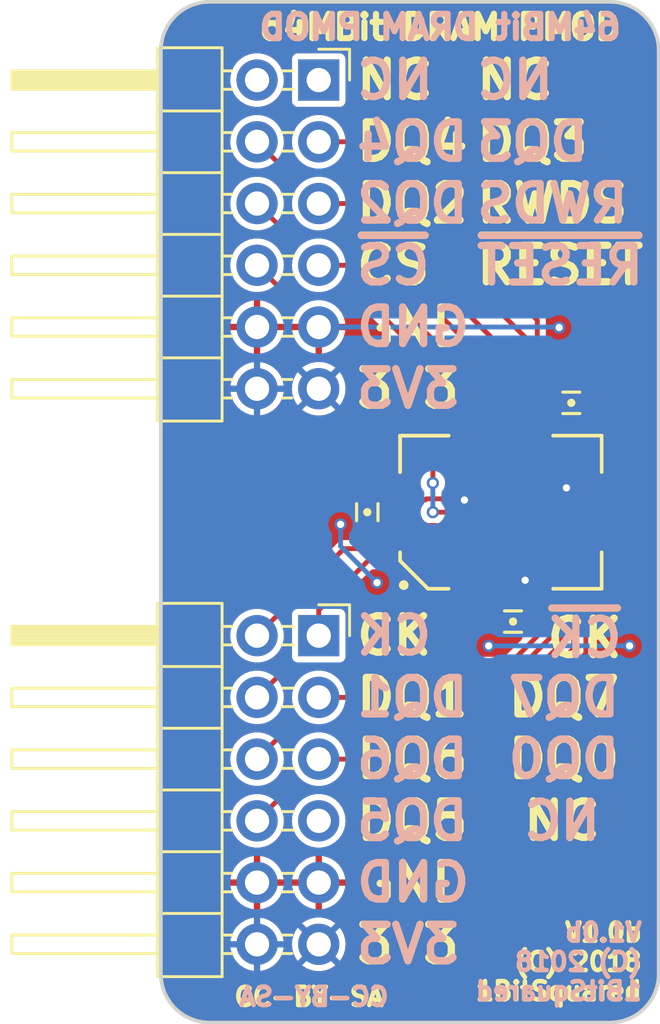
<source format=kicad_pcb>
(kicad_pcb (version 20221018) (generator pcbnew)
  (title_block (title "iCEBreaker PMOD - Hyperram") (rev "V1.0b") (company "1BitSquared") (comment 1 "2018 (C) 1BitSquared <info@1bitsquared.com>") (comment 2 "2018 (C) Piotr Esden-Tempski <piotr@esden.net>") (comment 3 "License: CC-BY-SA 4.0"))
  (layers (0 "F.Cu" signal) (31 "B.Cu" signal) (34 "B.Paste" user) (35 "F.Paste" user) (36 "B.SilkS" user "B.Silkscreen") (37 "F.SilkS" user "F.Silkscreen") (38 "B.Mask" user) (39 "F.Mask" user) (44 "Edge.Cuts" user))
  (net 0 "")
  (net 1 "GND")
  (net 2 "/~{CK}")
  (net 3 "+3V3")
  (net 4 "/DQ7")
  (net 5 "Net-(U1-PadA2)")
  (net 6 "/CK")
  (net 7 "Net-(U1-PadC2)")
  (net 8 "/DQ1")
  (net 9 "/DQ6")
  (net 10 "/~{CS}")
  (net 11 "/RWDS")
  (net 12 "/DQ0")
  (net 13 "/DQ5")
  (net 14 "/~{RESET}")
  (net 15 "/DQ2")
  (net 16 "/DQ3")
  (net 17 "Net-(U1-PadA5)")
  (net 18 "Net-(U1-PadB5)")
  (net 19 "Net-(U1-PadC5)")
  (net 20 "/DQ4")
  (net 21 "Net-(J2-Pad4)")
  (net 22 "Net-(J4-Pad7)")
  (net 23 "Net-(J4-Pad1)")
  (footprint "pkl_housings_bga:BGA-24_5x5_6.0x8.0mm" (layer "F.Cu") (at 51.5 44 90)
    (fp_text reference "U1")
    (fp_text value "S70KL1281")
    (fp_line (start -3.15 -3) (end -3.15 -2.15) (stroke (width 0.15)) (layer "F.SilkS"))
    (fp_line (start -3.15 4.15) (end -3.15 2.15) (stroke (width 0.15)) (layer "F.SilkS"))
    (fp_line (start -2 -4.15) (end -3.15 -3) (stroke (width 0.15)) (layer "F.SilkS"))
    (fp_line (start -1.65 -4.15) (end -2 -4.15) (stroke (width 0.15)) (layer "F.SilkS"))
    (fp_line (start -1.65 4.15) (end -3.15 4.15) (stroke (width 0.15)) (layer "F.SilkS"))
    (fp_line (start 1.65 -4.15) (end 3.15 -4.15) (stroke (width 0.15)) (layer "F.SilkS"))
    (fp_line (start 1.65 -4.15) (end 3.15 -4.15) (stroke (width 0.15)) (layer "F.SilkS"))
    (fp_line (start 1.65 -4.15) (end 3.15 -4.15) (stroke (width 0.15)) (layer "F.SilkS"))
    (fp_line (start 1.65 4.15) (end 3.15 4.15) (stroke (width 0.15)) (layer "F.SilkS"))
    (fp_line (start 3.15 -4.15) (end 3.15 -2.15) (stroke (width 0.15)) (layer "F.SilkS"))
    (fp_line (start 3.15 -4.15) (end 3.15 -2.15) (stroke (width 0.15)) (layer "F.SilkS"))
    (fp_line (start 3.15 -4.15) (end 3.15 -2.15) (stroke (width 0.15)) (layer "F.SilkS"))
    (fp_line (start 3.15 4.15) (end 3.15 2.15) (stroke (width 0.15)) (layer "F.SilkS"))
    (fp_circle (center -3 -4) (end -3 -3.9) (stroke (width 0.2)) (fill none) (layer "F.SilkS"))
    (pad "A2" smd circle (at -1 -2 90) (size 0.4 0.4) (layers "F.Cu" "F.Paste" "F.Mask") (net 5 "Net-(U1-PadA2)"))
    (pad "A3" smd circle (at 0 -2 90) (size 0.4 0.4) (layers "F.Cu" "F.Paste" "F.Mask") (net 10 "/~{CS}"))
    (pad "A4" smd circle (at 1 -2 90) (size 0.4 0.4) (layers "F.Cu" "F.Paste" "F.Mask") (net 14 "/~{RESET}"))
    (pad "A5" smd circle (at 2 -2 90) (size 0.4 0.4) (layers "F.Cu" "F.Paste" "F.Mask") (net 17 "Net-(U1-PadA5)"))
    (pad "B1" smd circle (at -2 -1 90) (size 0.4 0.4) (layers "F.Cu" "F.Paste" "F.Mask") (net 2 "/~{CK}"))
    (pad "B2" smd circle (at -1 -1 90) (size 0.4 0.4) (layers "F.Cu" "F.Paste" "F.Mask") (net 6 "/CK"))
    (pad "B3" smd circle (at 0 -1 90) (size 0.4 0.4) (layers "F.Cu" "F.Paste" "F.Mask") (net 1 "GND"))
    (pad "B4" smd circle (at 1 -1 90) (size 0.4 0.4) (layers "F.Cu" "F.Paste" "F.Mask") (net 3 "+3V3"))
    (pad "B5" smd circle (at 2 -1 90) (size 0.4 0.4) (layers "F.Cu" "F.Paste" "F.Mask") (net 18 "Net-(U1-PadB5)"))
    (pad "C1" smd circle (at -2 0 90) (size 0.4 0.4) (layers "F.Cu" "F.Paste" "F.Mask") (net 1 "GND"))
    (pad "C2" smd circle (at -1 0 90) (size 0.4 0.4) (layers "F.Cu" "F.Paste" "F.Mask") (net 7 "Net-(U1-PadC2)"))
    (pad "C3" smd circle (at 0 0 90) (size 0.4 0.4) (layers "F.Cu" "F.Paste" "F.Mask") (net 11 "/RWDS"))
    (pad "C4" smd circle (at 1 0 90) (size 0.4 0.4) (layers "F.Cu" "F.Paste" "F.Mask") (net 15 "/DQ2"))
    (pad "C5" smd circle (at 2 0 90) (size 0.4 0.4) (layers "F.Cu" "F.Paste" "F.Mask") (net 19 "Net-(U1-PadC5)"))
    (pad "D1" smd circle (at -2 1 90) (size 0.4 0.4) (layers "F.Cu" "F.Paste" "F.Mask") (net 3 "+3V3"))
    (pad "D2" smd circle (at -1 1 90) (size 0.4 0.4) (layers "F.Cu" "F.Paste" "F.Mask") (net 8 "/DQ1"))
    (pad "D3" smd circle (at 0 1 90) (size 0.4 0.4) (layers "F.Cu" "F.Paste" "F.Mask") (net 12 "/DQ0"))
    (pad "D4" smd circle (at 1 1 90) (size 0.4 0.4) (layers "F.Cu" "F.Paste" "F.Mask") (net 16 "/DQ3"))
    (pad "D5" smd circle (at 2 1 90) (size 0.4 0.4) (layers "F.Cu" "F.Paste" "F.Mask") (net 20 "/DQ4"))
    (pad "E1" smd circle (at -2 2 90) (size 0.4 0.4) (layers "F.Cu" "F.Paste" "F.Mask") (net 4 "/DQ7"))
    (pad "E2" smd circle (at -1 2 90) (size 0.4 0.4) (layers "F.Cu" "F.Paste" "F.Mask") (net 9 "/DQ6"))
    (pad "E3" smd circle (at 0 2 90) (size 0.4 0.4) (layers "F.Cu" "F.Paste" "F.Mask") (net 13 "/DQ5"))
    (pad "E4" smd circle (at 1 2 90) (size 0.4 0.4) (layers "F.Cu" "F.Paste" "F.Mask") (net 3 "+3V3"))
    (pad "E5" smd circle (at 2 2 90) (size 0.4 0.4) (layers "F.Cu" "F.Paste" "F.Mask") (net 1 "GND"))
  )
  (footprint "pkl_connectors:PMODHeader_2x06_P2.54mm_Horizontal" (layer "F.Cu") (at 44 61.78 180)
    (fp_text reference "J2")
    (fp_text value "PMOD")
    (fp_line (start -1.27 13.97) (end -1.27 12.7) (stroke (width 0.12)) (layer "F.SilkS"))
    (fp_line (start 0 13.97) (end -1.27 13.97) (stroke (width 0.12)) (layer "F.SilkS"))
    (fp_line (start 1.042929 2.16) (end 1.497071 2.16) (stroke (width 0.12)) (layer "F.SilkS"))
    (fp_line (start 1.042929 2.92) (end 1.497071 2.92) (stroke (width 0.12)) (layer "F.SilkS"))
    (fp_line (start 1.042929 4.7) (end 1.497071 4.7) (stroke (width 0.12)) (layer "F.SilkS"))
    (fp_line (start 1.042929 5.46) (end 1.497071 5.46) (stroke (width 0.12)) (layer "F.SilkS"))
    (fp_line (start 1.042929 7.24) (end 1.497071 7.24) (stroke (width 0.12)) (layer "F.SilkS"))
    (fp_line (start 1.042929 8) (end 1.497071 8) (stroke (width 0.12)) (layer "F.SilkS"))
    (fp_line (start 1.042929 9.78) (end 1.497071 9.78) (stroke (width 0.12)) (layer "F.SilkS"))
    (fp_line (start 1.042929 10.54) (end 1.497071 10.54) (stroke (width 0.12)) (layer "F.SilkS"))
    (fp_line (start 1.042929 12.32) (end 1.497071 12.32) (stroke (width 0.12)) (layer "F.SilkS"))
    (fp_line (start 1.042929 13.08) (end 1.497071 13.08) (stroke (width 0.12)) (layer "F.SilkS"))
    (fp_line (start 1.11 -0.38) (end 1.497071 -0.38) (stroke (width 0.12)) (layer "F.SilkS"))
    (fp_line (start 1.11 0.38) (end 1.497071 0.38) (stroke (width 0.12)) (layer "F.SilkS"))
    (fp_line (start 3.582929 -0.38) (end 3.98 -0.38) (stroke (width 0.12)) (layer "F.SilkS"))
    (fp_line (start 3.582929 0.38) (end 3.98 0.38) (stroke (width 0.12)) (layer "F.SilkS"))
    (fp_line (start 3.582929 2.16) (end 3.98 2.16) (stroke (width 0.12)) (layer "F.SilkS"))
    (fp_line (start 3.582929 2.92) (end 3.98 2.92) (stroke (width 0.12)) (layer "F.SilkS"))
    (fp_line (start 3.582929 4.7) (end 3.98 4.7) (stroke (width 0.12)) (layer "F.SilkS"))
    (fp_line (start 3.582929 5.46) (end 3.98 5.46) (stroke (width 0.12)) (layer "F.SilkS"))
    (fp_line (start 3.582929 7.24) (end 3.98 7.24) (stroke (width 0.12)) (layer "F.SilkS"))
    (fp_line (start 3.582929 8) (end 3.98 8) (stroke (width 0.12)) (layer "F.SilkS"))
    (fp_line (start 3.582929 9.78) (end 3.98 9.78) (stroke (width 0.12)) (layer "F.SilkS"))
    (fp_line (start 3.582929 10.54) (end 3.98 10.54) (stroke (width 0.12)) (layer "F.SilkS"))
    (fp_line (start 3.582929 12.32) (end 3.98 12.32) (stroke (width 0.12)) (layer "F.SilkS"))
    (fp_line (start 3.582929 13.08) (end 3.98 13.08) (stroke (width 0.12)) (layer "F.SilkS"))
    (fp_line (start 3.98 -1.33) (end 3.98 14.03) (stroke (width 0.12)) (layer "F.SilkS"))
    (fp_line (start 3.98 1.27) (end 6.64 1.27) (stroke (width 0.12)) (layer "F.SilkS"))
    (fp_line (start 3.98 3.81) (end 6.64 3.81) (stroke (width 0.12)) (layer "F.SilkS"))
    (fp_line (start 3.98 6.35) (end 6.64 6.35) (stroke (width 0.12)) (layer "F.SilkS"))
    (fp_line (start 3.98 8.89) (end 6.64 8.89) (stroke (width 0.12)) (layer "F.SilkS"))
    (fp_line (start 3.98 11.43) (end 6.64 11.43) (stroke (width 0.12)) (layer "F.SilkS"))
    (fp_line (start 3.98 14.03) (end 6.64 14.03) (stroke (width 0.12)) (layer "F.SilkS"))
    (fp_line (start 6.64 -1.33) (end 3.98 -1.33) (stroke (width 0.12)) (layer "F.SilkS"))
    (fp_line (start 6.64 -0.38) (end 12.64 -0.38) (stroke (width 0.12)) (layer "F.SilkS"))
    (fp_line (start 6.64 2.16) (end 12.64 2.16) (stroke (width 0.12)) (layer "F.SilkS"))
    (fp_line (start 6.64 4.7) (end 12.64 4.7) (stroke (width 0.12)) (layer "F.SilkS"))
    (fp_line (start 6.64 7.24) (end 12.64 7.24) (stroke (width 0.12)) (layer "F.SilkS"))
    (fp_line (start 6.64 9.78) (end 12.64 9.78) (stroke (width 0.12)) (layer "F.SilkS"))
    (fp_line (start 6.64 12.32) (end 12.64 12.32) (stroke (width 0.12)) (layer "F.SilkS"))
    (fp_line (start 6.64 12.38) (end 12.64 12.38) (stroke (width 0.12)) (layer "F.SilkS"))
    (fp_line (start 6.64 12.5) (end 12.64 12.5) (stroke (width 0.12)) (layer "F.SilkS"))
    (fp_line (start 6.64 12.62) (end 12.64 12.62) (stroke (width 0.12)) (layer "F.SilkS"))
    (fp_line (start 6.64 12.74) (end 12.64 12.74) (stroke (width 0.12)) (layer "F.SilkS"))
    (fp_line (start 6.64 12.86) (end 12.64 12.86) (stroke (width 0.12)) (layer "F.SilkS"))
    (fp_line (start 6.64 12.98) (end 12.64 12.98) (stroke (width 0.12)) (layer "F.SilkS"))
    (fp_line (start 6.64 14.03) (end 6.64 -1.33) (stroke (width 0.12)) (layer "F.SilkS"))
    (fp_line (start 12.64 -0.38) (end 12.64 0.38) (stroke (width 0.12)) (layer "F.SilkS"))
    (fp_line (start 12.64 0.38) (end 6.64 0.38) (stroke (width 0.12)) (layer "F.SilkS"))
    (fp_line (start 12.64 2.16) (end 12.64 2.92) (stroke (width 0.12)) (layer "F.SilkS"))
    (fp_line (start 12.64 2.92) (end 6.64 2.92) (stroke (width 0.12)) (layer "F.SilkS"))
    (fp_line (start 12.64 4.7) (end 12.64 5.46) (stroke (width 0.12)) (layer "F.SilkS"))
    (fp_line (start 12.64 5.46) (end 6.64 5.46) (stroke (width 0.12)) (layer "F.SilkS"))
    (fp_line (start 12.64 7.24) (end 12.64 8) (stroke (width 0.12)) (layer "F.SilkS"))
    (fp_line (start 12.64 8) (end 6.64 8) (stroke (width 0.12)) (layer "F.SilkS"))
    (fp_line (start 12.64 9.78) (end 12.64 10.54) (stroke (width 0.12)) (layer "F.SilkS"))
    (fp_line (start 12.64 10.54) (end 6.64 10.54) (stroke (width 0.12)) (layer "F.SilkS"))
    (fp_line (start 12.64 12.32) (end 12.64 13.08) (stroke (width 0.12)) (layer "F.SilkS"))
    (fp_line (start 12.64 13.08) (end 6.64 13.08) (stroke (width 0.12)) (layer "F.SilkS"))
    (pad "1" thru_hole rect (at 0 12.7 180) (size 1.7 1.7) (drill 1) (layers "*.Cu" "*.Mask") (net 2 "/~{CK}"))
    (pad "2" thru_hole oval (at 0 10.16 180) (size 1.7 1.7) (drill 1) (layers "*.Cu" "*.Mask") (net 4 "/DQ7"))
    (pad "3" thru_hole oval (at 0 7.62 180) (size 1.7 1.7) (drill 1) (layers "*.Cu" "*.Mask") (net 12 "/DQ0"))
    (pad "4" thru_hole oval (at 0 5.08 180) (size 1.7 1.7) (drill 1) (layers "*.Cu" "*.Mask") (net 21 "Net-(J2-Pad4)"))
    (pad "5" thru_hole oval (at 0 2.54 180) (size 1.7 1.7) (drill 1) (layers "*.Cu" "*.Mask") (net 1 "GND"))
    (pad "6" thru_hole circle (at 0 0 180) (size 1.7 1.7) (drill 1) (layers "*.Cu" "*.Mask") (net 3 "+3V3"))
    (pad "7" thru_hole circle (at 2.54 12.7 180) (size 1.7 1.7) (drill 1) (layers "*.Cu" "*.Mask") (net 6 "/CK"))
    (pad "8" thru_hole oval (at 2.54 10.16 180) (size 1.7 1.7) (drill 1) (layers "*.Cu" "*.Mask") (net 8 "/DQ1"))
    (pad "9" thru_hole oval (at 2.54 7.62 180) (size 1.7 1.7) (drill 1) (layers "*.Cu" "*.Mask") (net 9 "/DQ6"))
    (pad "10" thru_hole oval (at 2.54 5.08 180) (size 1.7 1.7) (drill 1) (layers "*.Cu" "*.Mask") (net 13 "/DQ5"))
    (pad "11" thru_hole oval (at 2.54 2.54 180) (size 1.7 1.7) (drill 1) (layers "*.Cu" "*.Mask") (net 1 "GND"))
    (pad "12" thru_hole oval (at 2.54 0 180) (size 1.7 1.7) (drill 1) (layers "*.Cu" "*.Mask") (net 3 "+3V3"))
  )
  (footprint "pkl_connectors:PMODHeader_2x06_P2.54mm_Horizontal" (layer "F.Cu") (at 44 38.92 180)
    (fp_text reference "J4")
    (fp_text value "PMOD")
    (fp_line (start -1.27 13.97) (end -1.27 12.7) (stroke (width 0.12)) (layer "F.SilkS"))
    (fp_line (start 0 13.97) (end -1.27 13.97) (stroke (width 0.12)) (layer "F.SilkS"))
    (fp_line (start 1.042929 2.16) (end 1.497071 2.16) (stroke (width 0.12)) (layer "F.SilkS"))
    (fp_line (start 1.042929 2.92) (end 1.497071 2.92) (stroke (width 0.12)) (layer "F.SilkS"))
    (fp_line (start 1.042929 4.7) (end 1.497071 4.7) (stroke (width 0.12)) (layer "F.SilkS"))
    (fp_line (start 1.042929 5.46) (end 1.497071 5.46) (stroke (width 0.12)) (layer "F.SilkS"))
    (fp_line (start 1.042929 7.24) (end 1.497071 7.24) (stroke (width 0.12)) (layer "F.SilkS"))
    (fp_line (start 1.042929 8) (end 1.497071 8) (stroke (width 0.12)) (layer "F.SilkS"))
    (fp_line (start 1.042929 9.78) (end 1.497071 9.78) (stroke (width 0.12)) (layer "F.SilkS"))
    (fp_line (start 1.042929 10.54) (end 1.497071 10.54) (stroke (width 0.12)) (layer "F.SilkS"))
    (fp_line (start 1.042929 12.32) (end 1.497071 12.32) (stroke (width 0.12)) (layer "F.SilkS"))
    (fp_line (start 1.042929 13.08) (end 1.497071 13.08) (stroke (width 0.12)) (layer "F.SilkS"))
    (fp_line (start 1.11 -0.38) (end 1.497071 -0.38) (stroke (width 0.12)) (layer "F.SilkS"))
    (fp_line (start 1.11 0.38) (end 1.497071 0.38) (stroke (width 0.12)) (layer "F.SilkS"))
    (fp_line (start 3.582929 -0.38) (end 3.98 -0.38) (stroke (width 0.12)) (layer "F.SilkS"))
    (fp_line (start 3.582929 0.38) (end 3.98 0.38) (stroke (width 0.12)) (layer "F.SilkS"))
    (fp_line (start 3.582929 2.16) (end 3.98 2.16) (stroke (width 0.12)) (layer "F.SilkS"))
    (fp_line (start 3.582929 2.92) (end 3.98 2.92) (stroke (width 0.12)) (layer "F.SilkS"))
    (fp_line (start 3.582929 4.7) (end 3.98 4.7) (stroke (width 0.12)) (layer "F.SilkS"))
    (fp_line (start 3.582929 5.46) (end 3.98 5.46) (stroke (width 0.12)) (layer "F.SilkS"))
    (fp_line (start 3.582929 7.24) (end 3.98 7.24) (stroke (width 0.12)) (layer "F.SilkS"))
    (fp_line (start 3.582929 8) (end 3.98 8) (stroke (width 0.12)) (layer "F.SilkS"))
    (fp_line (start 3.582929 9.78) (end 3.98 9.78) (stroke (width 0.12)) (layer "F.SilkS"))
    (fp_line (start 3.582929 10.54) (end 3.98 10.54) (stroke (width 0.12)) (layer "F.SilkS"))
    (fp_line (start 3.582929 12.32) (end 3.98 12.32) (stroke (width 0.12)) (layer "F.SilkS"))
    (fp_line (start 3.582929 13.08) (end 3.98 13.08) (stroke (width 0.12)) (layer "F.SilkS"))
    (fp_line (start 3.98 -1.33) (end 3.98 14.03) (stroke (width 0.12)) (layer "F.SilkS"))
    (fp_line (start 3.98 1.27) (end 6.64 1.27) (stroke (width 0.12)) (layer "F.SilkS"))
    (fp_line (start 3.98 3.81) (end 6.64 3.81) (stroke (width 0.12)) (layer "F.SilkS"))
    (fp_line (start 3.98 6.35) (end 6.64 6.35) (stroke (width 0.12)) (layer "F.SilkS"))
    (fp_line (start 3.98 8.89) (end 6.64 8.89) (stroke (width 0.12)) (layer "F.SilkS"))
    (fp_line (start 3.98 11.43) (end 6.64 11.43) (stroke (width 0.12)) (layer "F.SilkS"))
    (fp_line (start 3.98 14.03) (end 6.64 14.03) (stroke (width 0.12)) (layer "F.SilkS"))
    (fp_line (start 6.64 -1.33) (end 3.98 -1.33) (stroke (width 0.12)) (layer "F.SilkS"))
    (fp_line (start 6.64 -0.38) (end 12.64 -0.38) (stroke (width 0.12)) (layer "F.SilkS"))
    (fp_line (start 6.64 2.16) (end 12.64 2.16) (stroke (width 0.12)) (layer "F.SilkS"))
    (fp_line (start 6.64 4.7) (end 12.64 4.7) (stroke (width 0.12)) (layer "F.SilkS"))
    (fp_line (start 6.64 7.24) (end 12.64 7.24) (stroke (width 0.12)) (layer "F.SilkS"))
    (fp_line (start 6.64 9.78) (end 12.64 9.78) (stroke (width 0.12)) (layer "F.SilkS"))
    (fp_line (start 6.64 12.32) (end 12.64 12.32) (stroke (width 0.12)) (layer "F.SilkS"))
    (fp_line (start 6.64 12.38) (end 12.64 12.38) (stroke (width 0.12)) (layer "F.SilkS"))
    (fp_line (start 6.64 12.5) (end 12.64 12.5) (stroke (width 0.12)) (layer "F.SilkS"))
    (fp_line (start 6.64 12.62) (end 12.64 12.62) (stroke (width 0.12)) (layer "F.SilkS"))
    (fp_line (start 6.64 12.74) (end 12.64 12.74) (stroke (width 0.12)) (layer "F.SilkS"))
    (fp_line (start 6.64 12.86) (end 12.64 12.86) (stroke (width 0.12)) (layer "F.SilkS"))
    (fp_line (start 6.64 12.98) (end 12.64 12.98) (stroke (width 0.12)) (layer "F.SilkS"))
    (fp_line (start 6.64 14.03) (end 6.64 -1.33) (stroke (width 0.12)) (layer "F.SilkS"))
    (fp_line (start 12.64 -0.38) (end 12.64 0.38) (stroke (width 0.12)) (layer "F.SilkS"))
    (fp_line (start 12.64 0.38) (end 6.64 0.38) (stroke (width 0.12)) (layer "F.SilkS"))
    (fp_line (start 12.64 2.16) (end 12.64 2.92) (stroke (width 0.12)) (layer "F.SilkS"))
    (fp_line (start 12.64 2.92) (end 6.64 2.92) (stroke (width 0.12)) (layer "F.SilkS"))
    (fp_line (start 12.64 4.7) (end 12.64 5.46) (stroke (width 0.12)) (layer "F.SilkS"))
    (fp_line (start 12.64 5.46) (end 6.64 5.46) (stroke (width 0.12)) (layer "F.SilkS"))
    (fp_line (start 12.64 7.24) (end 12.64 8) (stroke (width 0.12)) (layer "F.SilkS"))
    (fp_line (start 12.64 8) (end 6.64 8) (stroke (width 0.12)) (layer "F.SilkS"))
    (fp_line (start 12.64 9.78) (end 12.64 10.54) (stroke (width 0.12)) (layer "F.SilkS"))
    (fp_line (start 12.64 10.54) (end 6.64 10.54) (stroke (width 0.12)) (layer "F.SilkS"))
    (fp_line (start 12.64 12.32) (end 12.64 13.08) (stroke (width 0.12)) (layer "F.SilkS"))
    (fp_line (start 12.64 13.08) (end 6.64 13.08) (stroke (width 0.12)) (layer "F.SilkS"))
    (pad "1" thru_hole rect (at 0 12.7 180) (size 1.7 1.7) (drill 1) (layers "*.Cu" "*.Mask") (net 23 "Net-(J4-Pad1)"))
    (pad "2" thru_hole oval (at 0 10.16 180) (size 1.7 1.7) (drill 1) (layers "*.Cu" "*.Mask") (net 16 "/DQ3"))
    (pad "3" thru_hole oval (at 0 7.62 180) (size 1.7 1.7) (drill 1) (layers "*.Cu" "*.Mask") (net 11 "/RWDS"))
    (pad "4" thru_hole oval (at 0 5.08 180) (size 1.7 1.7) (drill 1) (layers "*.Cu" "*.Mask") (net 14 "/~{RESET}"))
    (pad "5" thru_hole oval (at 0 2.54 180) (size 1.7 1.7) (drill 1) (layers "*.Cu" "*.Mask") (net 1 "GND"))
    (pad "6" thru_hole circle (at 0 0 180) (size 1.7 1.7) (drill 1) (layers "*.Cu" "*.Mask") (net 3 "+3V3"))
    (pad "7" thru_hole circle (at 2.54 12.7 180) (size 1.7 1.7) (drill 1) (layers "*.Cu" "*.Mask") (net 22 "Net-(J4-Pad7)"))
    (pad "8" thru_hole oval (at 2.54 10.16 180) (size 1.7 1.7) (drill 1) (layers "*.Cu" "*.Mask") (net 20 "/DQ4"))
    (pad "9" thru_hole oval (at 2.54 7.62 180) (size 1.7 1.7) (drill 1) (layers "*.Cu" "*.Mask") (net 15 "/DQ2"))
    (pad "10" thru_hole oval (at 2.54 5.08 180) (size 1.7 1.7) (drill 1) (layers "*.Cu" "*.Mask") (net 10 "/~{CS}"))
    (pad "11" thru_hole oval (at 2.54 2.54 180) (size 1.7 1.7) (drill 1) (layers "*.Cu" "*.Mask") (net 1 "GND"))
    (pad "12" thru_hole oval (at 2.54 0 180) (size 1.7 1.7) (drill 1) (layers "*.Cu" "*.Mask") (net 3 "+3V3"))
  )
  (footprint "pkl_dipol:C_0402" (layer "F.Cu") (at 46 44 -90)
    (fp_text reference "C1")
    (fp_text value "100n")
    (fp_line (start -0.35 -0.44) (end 0.35 -0.44) (stroke (width 0.13)) (layer "F.SilkS"))
    (fp_line (start 0.35 0.44) (end -0.35 0.44) (stroke (width 0.13)) (layer "F.SilkS"))
    (fp_circle (center 0 0) (end 0 -0.085) (stroke (width 0.17)) (fill none) (layer "F.SilkS"))
    (pad "1" smd roundrect (at -0.5 0 270) (size 0.5 0.6) (layers "F.Cu" "F.Paste" "F.Mask") (net 3 "+3V3"))
    (pad "2" smd roundrect (at 0.5 0 270) (size 0.5 0.6) (layers "F.Cu" "F.Paste" "F.Mask") (net 1 "GND"))
  )
  (footprint "pkl_dipol:C_0402" (layer "F.Cu") (at 52 48.5 180)
    (fp_text reference "C2")
    (fp_text value "100n")
    (fp_line (start -0.35 -0.44) (end 0.35 -0.44) (stroke (width 0.13)) (layer "F.SilkS"))
    (fp_line (start 0.35 0.44) (end -0.35 0.44) (stroke (width 0.13)) (layer "F.SilkS"))
    (fp_circle (center 0 0) (end 0 -0.085) (stroke (width 0.17)) (fill none) (layer "F.SilkS"))
    (pad "1" smd roundrect (at -0.5 0 180) (size 0.5 0.6) (layers "F.Cu" "F.Paste" "F.Mask") (net 3 "+3V3"))
    (pad "2" smd roundrect (at 0.5 0 180) (size 0.5 0.6) (layers "F.Cu" "F.Paste" "F.Mask") (net 1 "GND"))
  )
  (footprint "pkl_dipol:C_0402" (layer "F.Cu") (at 54.4 39.5 180)
    (fp_text reference "C3")
    (fp_text value "100n")
    (fp_line (start -0.35 -0.44) (end 0.35 -0.44) (stroke (width 0.13)) (layer "F.SilkS"))
    (fp_line (start 0.35 0.44) (end -0.35 0.44) (stroke (width 0.13)) (layer "F.SilkS"))
    (fp_circle (center 0 0) (end 0 -0.085) (stroke (width 0.17)) (fill none) (layer "F.SilkS"))
    (pad "1" smd roundrect (at -0.5 0 180) (size 0.5 0.6) (layers "F.Cu" "F.Paste" "F.Mask") (net 3 "+3V3"))
    (pad "2" smd roundrect (at 0.5 0 180) (size 0.5 0.6) (layers "F.Cu" "F.Paste" "F.Mask") (net 1 "GND"))
  )
  (gr_arc (start 58 63) (mid 57.414214 64.414214) (end 56 65) (stroke (width 0.15)) (layer "Edge.Cuts"))
  (gr_line (start 39.5 23) (end 56 23) (stroke (width 0.15)) (layer "Edge.Cuts"))
  (gr_line (start 58 25) (end 58 63) (stroke (width 0.15)) (layer "Edge.Cuts"))
  (gr_line (start 56 65) (end 39.5 65) (stroke (width 0.15)) (layer "Edge.Cuts"))
  (gr_arc (start 37.5 25) (mid 38.085786 23.585786) (end 39.5 23) (stroke (width 0.15)) (layer "Edge.Cuts"))
  (gr_line (start 37.5 63) (end 37.5 25) (stroke (width 0.15)) (layer "Edge.Cuts"))
  (gr_arc (start 39.5 65) (mid 38.085786 64.414214) (end 37.5 63) (stroke (width 0.15)) (layer "Edge.Cuts"))
  (gr_arc (start 56 23) (mid 57.414214 23.585786) (end 58 25) (stroke (width 0.15)) (layer "Edge.Cuts"))
  (gr_text "CC-BY-SA" (at 43.8 63.94) (layer "B.SilkS") (effects (font (size 0.75 0.75) (thickness 0.1875)) (justify mirror)))
  (gr_text "64MBit DRAM PMOD" (at 49 24.045) (layer "B.SilkS") (effects (font (size 1 1) (thickness 0.25)) (justify mirror)))
  (gr_text "NC" (at 50.35 26.22) (layer "B.SilkS") (effects (font (size 1.5 1.5) (thickness 0.3)) (justify right mirror)))
  (gr_text "3V3" (at 45.405 61.78) (layer "B.SilkS") (effects (font (size 1.5 1.5) (thickness 0.3)) (justify right mirror)))
  (gr_text "GND" (at 45.405 59.24) (layer "B.SilkS") (effects (font (size 1.5 1.5) (thickness 0.3)) (justify right mirror)))
  (gr_text "~{RESET}" (at 50.35 33.85) (layer "B.SilkS") (effects (font (size 1.5 1.5) (thickness 0.3)) (justify right mirror)))
  (gr_text "RWDS" (at 50.35 31.299999) (layer "B.SilkS") (effects (font (size 1.5 1.5) (thickness 0.3)) (justify right mirror)))
  (gr_text "DQ3" (at 50.35 28.76) (layer "B.SilkS") (effects (font (size 1.5 1.5) (thickness 0.3)) (justify right mirror)))
  (gr_text "DQ7" (at 51.65 51.62) (layer "B.SilkS") (effects (font (size 1.5 1.5) (thickness 0.3)) (justify right mirror)))
  (gr_text "DQ0" (at 51.65 54.16) (layer "B.SilkS") (effects (font (size 1.5 1.5) (thickness 0.3)) (justify right mirror)))
  (gr_text "DQ5" (at 45.405 56.71) (layer "B.SilkS") (effects (font (size 1.5 1.5) (thickness 0.3)) (justify right mirror)))
  (gr_text "CK" (at 45.405 49.08) (layer "B.SilkS") (effects (font (size 1.5 1.5) (thickness 0.3)) (justify right mirror)))
  (gr_text "NC" (at 52.285 56.71) (layer "B.SilkS") (effects (font (size 1.5 1.5) (thickness 0.3)) (justify right mirror)))
  (gr_text "DQ6" (at 45.405 54.159999) (layer "B.SilkS") (effects (font (size 1.5 1.5) (thickness 0.3)) (justify right mirror)))
  (gr_text "~{CK}" (at 53.250001 49.18) (layer "B.SilkS") (effects (font (size 1.5 1.5) (thickness 0.3)) (justify right mirror)))
  (gr_text "DQ1" (at 45.405 51.62) (layer "B.SilkS") (effects (font (size 1.5 1.5) (thickness 0.3)) (justify right mirror)))
  (gr_text "DQ4" (at 45.405 28.76) (layer "B.SilkS") (effects (font (size 1.5 1.5) (thickness 0.3)) (justify right mirror)))
  (gr_text "~{CS}" (at 45.405 33.85) (layer "B.SilkS") (effects (font (size 1.5 1.5) (thickness 0.3)) (justify right mirror)))
  (gr_text "DQ2" (at 45.405 31.299999) (layer "B.SilkS") (effects (font (size 1.5 1.5) (thickness 0.3)) (justify right mirror)))
  (gr_text "GND" (at 45.405 36.38) (layer "B.SilkS") (effects (font (size 1.5 1.5) (thickness 0.3)) (justify right mirror)))
  (gr_text "NC" (at 45.405 26.22) (layer "B.SilkS") (effects (font (size 1.5 1.5) (thickness 0.3)) (justify right mirror)))
  (gr_text "3V3" (at 45.405 38.92) (layer "B.SilkS") (effects (font (size 1.5 1.5) (thickness 0.3)) (justify right mirror)))
  (gr_text "V1.0b\n(C) 2018\n1BitSquared" (at 57.4 62.5) (layer "B.SilkS") (effects (font (size 0.75 0.75) (thickness 0.1875)) (justify left mirror)))
  (gr_text "V1.0b\n(C) 2018\n1BitSquared" (at 57.4 62.5) (layer "F.SilkS") (effects (font (size 0.75 0.75) (thickness 0.1875)) (justify right)))
  (gr_text "CC-BY-SA" (at 43.6 63.94) (layer "F.SilkS") (effects (font (size 0.75 0.75) (thickness 0.1875))))
  (gr_text "NC" (at 50.35 26.22) (layer "F.SilkS") (effects (font (size 1.5 1.5) (thickness 0.3)) (justify left)))
  (gr_text "GND" (at 45.405 59.24) (layer "F.SilkS") (effects (font (size 1.5 1.5) (thickness 0.3)) (justify left)))
  (gr_text "3V3" (at 45.405 61.78) (layer "F.SilkS") (effects (font (size 1.5 1.5) (thickness 0.3)) (justify left)))
  (gr_text "RWDS" (at 50.35 31.299999) (layer "F.SilkS") (effects (font (size 1.5 1.5) (thickness 0.3)) (justify left)))
  (gr_text "~{RESET}" (at 50.35 33.840001) (layer "F.SilkS") (effects (font (size 1.5 1.5) (thickness 0.3)) (justify left)))
  (gr_text "DQ3" (at 50.35 28.76) (layer "F.SilkS") (effects (font (size 1.5 1.5) (thickness 0.3)) (justify left)))
  (gr_text "DQ0" (at 51.65 54.16) (layer "F.SilkS") (effects (font (size 1.5 1.5) (thickness 0.3)) (justify left)))
  (gr_text "~{CK}" (at 53.250001 49.18) (layer "F.SilkS") (effects (font (size 1.5 1.5) (thickness 0.3)) (justify left)))
  (gr_text "CK" (at 45.405 49.08) (layer "F.SilkS") (effects (font (size 1.5 1.5) (thickness 0.3)) (justify left)))
  (gr_text "DQ7" (at 51.65 51.62) (layer "F.SilkS") (effects (font (size 1.5 1.5) (thickness 0.3)) (justify left)))
  (gr_text "NC" (at 52.285 56.7) (layer "F.SilkS") (effects (font (size 1.5 1.5) (thickness 0.3)) (justify left)))
  (gr_text "DQ6" (at 45.405 54.159999) (layer "F.SilkS") (effects (font (size 1.5 1.5) (thickness 0.3)) (justify left)))
  (gr_text "DQ5" (at 45.405 56.700001) (layer "F.SilkS") (effects (font (size 1.5 1.5) (thickness 0.3)) (justify left)))
  (gr_text "DQ1" (at 45.405 51.62) (layer "F.SilkS") (effects (font (size 1.5 1.5) (thickness 0.3)) (justify left)))
  (gr_text "DQ2" (at 45.405 31.299999) (layer "F.SilkS") (effects (font (size 1.5 1.5) (thickness 0.3)) (justify left)))
  (gr_text "NC" (at 45.405 26.22) (layer "F.SilkS") (effects (font (size 1.5 1.5) (thickness 0.3)) (justify left)))
  (gr_text "GND" (at 45.405 36.38) (layer "F.SilkS") (effects (font (size 1.5 1.5) (thickness 0.3)) (justify left)))
  (gr_text "DQ4" (at 45.405 28.76) (layer "F.SilkS") (effects (font (size 1.5 1.5) (thickness 0.3)) (justify left)))
  (gr_text "~{CS}" (at 45.405 33.840001) (layer "F.SilkS") (effects (font (size 1.5 1.5) (thickness 0.3)) (justify left)))
  (gr_text "3V3" (at 45.405 38.92) (layer "F.SilkS") (effects (font (size 1.5 1.5) (thickness 0.3)) (justify left)))
  (gr_text "64MBit DRAM PMOD" (at 49 24.045) (layer "F.SilkS") (effects (font (size 1 1) (thickness 0.25))))
  (segment (start 53.9 41.6) (end 53.5 42) (width 0.2) (layer "F.Cu") (net 1))
  (segment (start 51.5 49) (end 51 49.5) (width 0.2) (layer "F.Cu") (net 1))
  (segment (start 50 44.5) (end 49.114004 44.5) (width 0.2) (layer "F.Cu") (net 1))
  (segment (start 46 44.5) (end 44.9 44.5) (width 0.2) (layer "F.Cu") (net 1))
  (segment (start 51.5 48.5) (end 51.5 49) (width 0.2) (layer "F.Cu") (net 1))
  (segment (start 49.114004 44.5) (end 49.064002 44.550002) (width 0.2) (layer "F.Cu") (net 1))
  (segment (start 51.5 46) (end 51.5 48.5) (width 0.2) (layer "F.Cu") (net 1))
  (segment (start 50.5 44) (end 50 44.5) (width 0.2) (layer "F.Cu") (net 1))
  (segment (start 48.435998 44.550002) (end 48.385996 44.5) (width 0.2) (layer "F.Cu") (net 1))
  (segment (start 51 45.5) (end 51 44.5) (width 0.2) (layer "F.Cu") (net 1))
  (segment (start 49.064002 44.550002) (end 48.435998 44.550002) (width 0.2) (layer "F.Cu") (net 1))
  (segment (start 51.5 46) (end 51 45.5) (width 0.2) (layer "F.Cu") (net 1))
  (segment (start 53.9 39.5) (end 53.9 41.6) (width 0.2) (layer "F.Cu") (net 1))
  (segment (start 51 44.5) (end 50.5 44) (width 0.2) (layer "F.Cu") (net 1))
  (segment (start 48.385996 44.5) (end 46 44.5) (width 0.2) (layer "F.Cu") (net 1))
  (via (at 56.8 49.5) (size 0.5) (drill 0.3) (layers "F.Cu" "B.Cu") (net 1))
  (via (at 46.4 46.9) (size 0.5) (drill 0.3) (layers "F.Cu" "B.Cu") (net 1))
  (via (at 44.9 44.5) (size 0.5) (drill 0.3) (layers "F.Cu" "B.Cu") (net 1))
  (via (at 53.9 36.4) (size 0.5) (drill 0.3) (layers "F.Cu" "B.Cu") (net 1))
  (via (at 51 49.5) (size 0.5) (drill 0.3) (layers "F.Cu" "B.Cu") (net 1))
  (segment (start 44.9 45.4) (end 46.4 46.9) (width 0.2) (layer "B.Cu") (net 1))
  (segment (start 53.88 36.38) (end 53.9 36.4) (width 0.2) (layer "B.Cu") (net 1))
  (segment (start 44.9 44.5) (end 44.9 45.4) (width 0.2) (layer "B.Cu") (net 1))
  (segment (start 44 36.38) (end 53.88 36.38) (width 0.2) (layer "B.Cu") (net 1))
  (segment (start 51 49.5) (end 56.8 49.5) (width 0.2) (layer "B.Cu") (net 1))
  (segment (start 44 48.03) (end 44 49.08) (width 0.2) (layer "F.Cu") (net 2))
  (segment (start 50.5 46) (end 46.03 46) (width 0.2) (layer "F.Cu") (net 2))
  (segment (start 46.03 46) (end 44 48.03) (width 0.2) (layer "F.Cu") (net 2))
  (segment (start 53.5 43) (end 54.2 43) (width 0.2) (layer "F.Cu") (net 3))
  (segment (start 52.5 46) (end 52.5 46.8) (width 0.2) (layer "F.Cu") (net 3))
  (segment (start 54.9 42.3) (end 54.2 43) (width 0.2) (layer "F.Cu") (net 3))
  (segment (start 54.9 39.5) (end 54.9 42.3) (width 0.2) (layer "F.Cu") (net 3))
  (segment (start 46 43.5) (end 48.385996 43.5) (width 0.2) (layer "F.Cu") (net 3))
  (segment (start 49.064002 43.449998) (end 49.114004 43.5) (width 0.2) (layer "F.Cu") (net 3))
  (segment (start 52.5 48.5) (end 52.5 46.8) (width 0.2) (layer "F.Cu") (net 3))
  (segment (start 48.385996 43.5) (end 48.435998 43.449998) (width 0.2) (layer "F.Cu") (net 3))
  (segment (start 50 43.5) (end 50 43.500022) (width 0.2) (layer "F.Cu") (net 3))
  (segment (start 48.435998 43.449998) (end 49.064002 43.449998) (width 0.2) (layer "F.Cu") (net 3))
  (segment (start 49.114004 43.5) (end 49.999978 43.5) (width 0.2) (layer "F.Cu") (net 3))
  (segment (start 50.5 43) (end 50 43.5) (width 0.2) (layer "F.Cu") (net 3))
  (segment (start 49.999978 43.5) (end 50 43.500022) (width 0.2) (layer "F.Cu") (net 3))
  (via (at 54.2 43) (size 0.5) (drill 0.3) (layers "F.Cu" "B.Cu") (net 3))
  (via (at 52.5 46.8) (size 0.5) (drill 0.3) (layers "F.Cu" "B.Cu") (net 3))
  (via (at 50 43.500022) (size 0.5) (drill 0.3) (layers "F.Cu" "B.Cu") (net 3))
  (segment (start 51.08 51.62) (end 53.5 49.2) (width 0.2) (layer "F.Cu") (net 4))
  (segment (start 53.5 49.2) (end 53.5 46) (width 0.2) (layer "F.Cu") (net 4))
  (segment (start 44 51.62) (end 51.08 51.62) (width 0.2) (layer "F.Cu") (net 4))
  (segment (start 49.999999 45.500001) (end 50.5 45) (width 0.2) (layer "F.Cu") (net 6))
  (segment (start 45.039999 45.500001) (end 49.999999 45.500001) (width 0.2) (layer "F.Cu") (net 6))
  (segment (start 41.46 49.08) (end 45.039999 45.500001) (width 0.2) (layer "F.Cu") (net 6))
  (segment (start 51.8 50.3) (end 53.050001 49.049999) (width 0.2) (layer "F.Cu") (net 8))
  (segment (start 53.050001 46.450001) (end 53 46.4) (width 0.2) (layer "F.Cu") (net 8))
  (segment (start 53 46.4) (end 53 45.5) (width 0.2) (layer "F.Cu") (net 8))
  (segment (start 42.78 50.3) (end 51.8 50.3) (width 0.2) (layer "F.Cu") (net 8))
  (segment (start 53 45.5) (end 52.5 45) (width 0.2) (layer "F.Cu") (net 8))
  (segment (start 53.050001 49.049999) (end 53.050001 46.450001) (width 0.2) (layer "F.Cu") (net 8))
  (segment (start 41.46 51.62) (end 42.78 50.3) (width 0.2) (layer "F.Cu") (net 8))
  (segment (start 50.5 52.9) (end 54 49.4) (width 0.2) (layer "F.Cu") (net 9))
  (segment (start 41.46 54.16) (end 42.72 52.9) (width 0.2) (layer "F.Cu") (net 9))
  (segment (start 42.72 52.9) (end 50.5 52.9) (width 0.2) (layer "F.Cu") (net 9))
  (segment (start 54 45.5) (end 53.5 45) (width 0.2) (layer "F.Cu") (net 9))
  (segment (start 54 49.4) (end 54 45.5) (width 0.2) (layer "F.Cu") (net 9))
  (segment (start 45.8 35.1) (end 48.7 38) (width 0.2) (layer "F.Cu") (net 10))
  (segment (start 42.72 35.1) (end 45.8 35.1) (width 0.2) (layer "F.Cu") (net 10))
  (segment (start 48.7 38) (end 48.7 42.8) (width 0.2) (layer "F.Cu") (net 10))
  (segment (start 49.5 44) (end 48.7 44) (width 0.2) (layer "F.Cu") (net 10))
  (segment (start 41.46 33.84) (end 42.72 35.1) (width 0.2) (layer "F.Cu") (net 10))
  (via (at 48.7 44) (size 0.5) (drill 0.3) (layers "F.Cu" "B.Cu") (net 10))
  (via (at 48.7 42.8) (size 0.5) (drill 0.3) (layers "F.Cu" "B.Cu") (net 10))
  (segment (start 48.7 44) (end 48.7 42.8) (width 0.2) (layer "B.Cu") (net 10))
  (segment (start 52 43.782842) (end 52 37.7) (width 0.2) (layer "F.Cu") (net 11))
  (segment (start 51.782842 44) (end 52 43.782842) (width 0.2) (layer "F.Cu") (net 11))
  (segment (start 45.6 31.3) (end 44 31.3) (width 0.2) (layer "F.Cu") (net 11))
  (segment (start 51.5 44) (end 51.782842 44) (width 0.2) (layer "F.Cu") (net 11))
  (segment (start 52 37.7) (end 45.6 31.3) (width 0.2) (layer "F.Cu") (net 11))
  (segment (start 53.8 44.5) (end 53 44.5) (width 0.2) (layer "F.Cu") (net 12))
  (segment (start 54.5 45.2) (end 53.8 44.5) (width 0.2) (layer "F.Cu") (net 12))
  (segment (start 53 44.5) (end 52.5 44) (width 0.2) (layer "F.Cu") (net 12))
  (segment (start 44 54.16) (end 49.94 54.16) (width 0.2) (layer "F.Cu") (net 12))
  (segment (start 49.94 54.16) (end 54.5 49.6) (width 0.2) (layer "F.Cu") (net 12))
  (segment (start 54.5 49.6) (end 54.5 45.2) (width 0.2) (layer "F.Cu") (net 12))
  (segment (start 55 44.9) (end 54.1 44) (width 0.2) (layer "F.Cu") (net 13))
  (segment (start 55 49.8) (end 55 44.9) (width 0.2) (layer "F.Cu") (net 13))
  (segment (start 49.4 55.4) (end 55 49.8) (width 0.2) (layer "F.Cu") (net 13))
  (segment (start 54.1 44) (end 53.5 44) (width 0.2) (layer "F.Cu") (net 13))
  (segment (start 41.46 56.7) (end 42.76 55.4) (width 0.2) (layer "F.Cu") (net 13))
  (segment (start 42.76 55.4) (end 49.4 55.4) (width 0.2) (layer "F.Cu") (net 13))
  (segment (start 50 38.2) (end 45.64 33.84) (width 0.2) (layer "F.Cu") (net 14))
  (segment (start 45.64 33.84) (end 44 33.84) (width 0.2) (layer "F.Cu") (net 14))
  (segment (start 50 42.5) (end 50 38.2) (width 0.2) (layer "F.Cu") (net 14))
  (segment (start 49.5 43) (end 50 42.5) (width 0.2) (layer "F.Cu") (net 14))
  (segment (start 51 37.9) (end 45.7 32.6) (width 0.2) (layer "F.Cu") (net 15))
  (segment (start 42.76 32.6) (end 41.46 31.3) (width 0.2) (layer "F.Cu") (net 15))
  (segment (start 51.217158 43) (end 51 42.782842) (width 0.2) (layer "F.Cu") (net 15))
  (segment (start 45.7 32.6) (end 42.76 32.6) (width 0.2) (layer "F.Cu") (net 15))
  (segment (start 51.5 43) (end 51.217158 43) (width 0.2) (layer "F.Cu") (net 15))
  (segment (start 51 42.782842) (end 51 37.9) (width 0.2) (layer "F.Cu") (net 15))
  (segment (start 53 36.1) (end 45.66 28.76) (width 0.2) (layer "F.Cu") (net 16))
  (segment (start 45.66 28.76) (end 44 28.76) (width 0.2) (layer "F.Cu") (net 16))
  (segment (start 52.5 43) (end 53 42.5) (width 0.2) (layer "F.Cu") (net 16))
  (segment (start 53 42.5) (end 53 36.1) (width 0.2) (layer "F.Cu") (net 16))
  (segment (start 52.5 36.8) (end 52.5 42) (width 0.2) (layer "F.Cu") (net 20))
  (segment (start 42.7 30) (end 45.7 30) (width 0.2) (layer "F.Cu") (net 20))
  (segment (start 41.46 28.76) (end 42.7 30) (width 0.2) (layer "F.Cu") (net 20))
  (segment (start 45.7 30) (end 52.5 36.8) (width 0.2) (layer "F.Cu") (net 20))
  (zone (net 1) (net_name "GND") (layer "F.Cu") (connect_pads (clearance 0.25)) (min_thickness 0.25) (fill yes (thermal_gap 0.25) (thermal_bridge_width 0.26))
    (polygon (pts (xy 58 64.999999) (xy 37.5 65) (xy 37.5 23) (xy 58 23.000001)))
  )
  (zone (net 0) (net_name "") (layer "F.Cu") (connect_pads (clearance 0)) (min_thickness 0.254)
    (keepout (tracks allowed) (vias allowed) (pads allowed) (copperpour not_allowed) (footprints allowed))
    (fill (thermal_gap 0.508) (thermal_bridge_width 0.508))
    (polygon (pts (xy 47.3 40.8) (xy 55.7 40.8) (xy 55.7 47.2) (xy 47.3 47.2)))
  )
  (zone (net 3) (net_name "+3V3") (layer "B.Cu") (connect_pads (clearance 0.25)) (min_thickness 0.25) (fill yes (thermal_gap 0.25) (thermal_bridge_width 0.26))
    (polygon (pts (xy 58 64.999999) (xy 37.5 65) (xy 37.5 23) (xy 58 23.000001)))
  )
)
</source>
